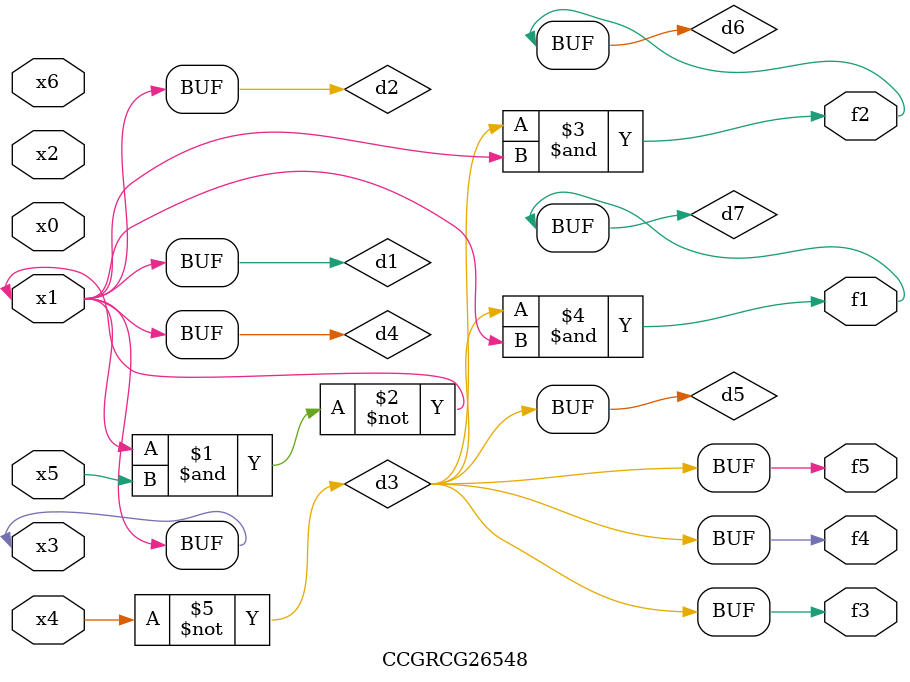
<source format=v>
module CCGRCG26548(
	input x0, x1, x2, x3, x4, x5, x6,
	output f1, f2, f3, f4, f5
);

	wire d1, d2, d3, d4, d5, d6, d7;

	buf (d1, x1, x3);
	nand (d2, x1, x5);
	not (d3, x4);
	buf (d4, d1, d2);
	buf (d5, d3);
	and (d6, d3, d4);
	and (d7, d3, d4);
	assign f1 = d7;
	assign f2 = d6;
	assign f3 = d5;
	assign f4 = d5;
	assign f5 = d5;
endmodule

</source>
